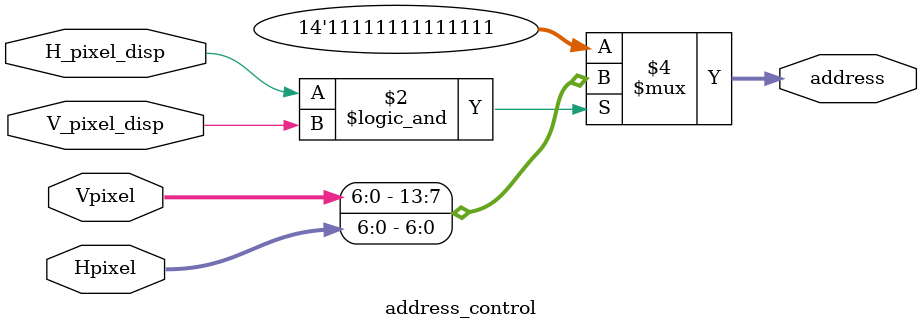
<source format=v>
`timescale 1ns/1ps

module address_control(H_pixel_disp, V_pixel_disp, Hpixel, Vpixel, address);
    input H_pixel_disp, V_pixel_disp;
    input [6:0] Vpixel, Hpixel;
    output reg [13:0] address;

    always@(H_pixel_disp or V_pixel_disp or Vpixel or Hpixel) begin
        if(H_pixel_disp && V_pixel_disp) begin
            address = {Vpixel, Hpixel};
        end else begin
            address = 14'b11111111111111;
        end
    end
endmodule
</source>
